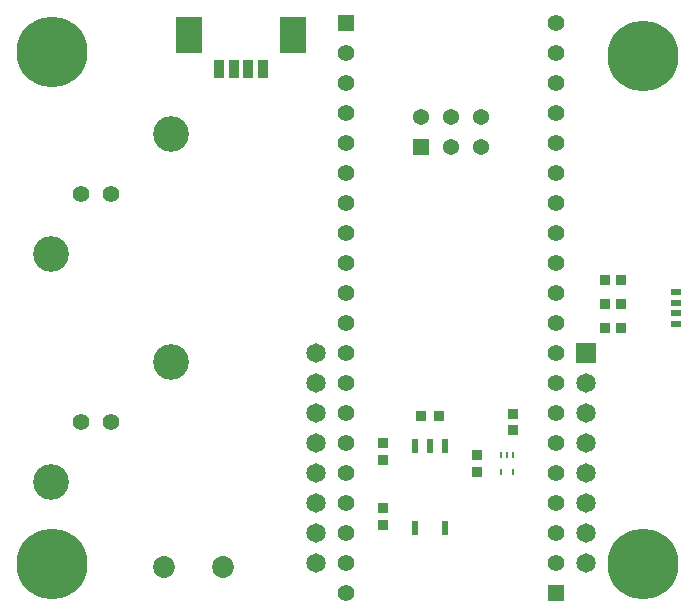
<source format=gbr>
%TF.GenerationSoftware,Altium Limited,Altium Designer,23.5.1 (21)*%
G04 Layer_Color=8388736*
%FSLAX45Y45*%
%MOMM*%
%TF.SameCoordinates,251D8D79-0CC1-4DB5-8A6B-B6CDDAA58204*%
%TF.FilePolarity,Negative*%
%TF.FileFunction,Soldermask,Top*%
%TF.Part,Single*%
G01*
G75*
%TA.AperFunction,SMDPad,CuDef*%
%ADD10R,0.95814X0.91213*%
%ADD11R,0.81280X1.60020*%
%ADD12R,2.20980X3.09880*%
%ADD13R,0.95872X0.91213*%
%ADD14R,0.91213X0.95872*%
%ADD15R,0.91213X0.95814*%
%ADD16R,0.83820X0.60960*%
%ADD17R,0.25400X0.60960*%
%ADD18R,0.46634X1.20802*%
%TA.AperFunction,ComponentPad*%
%ADD25C,1.85420*%
%ADD26C,1.65100*%
%ADD27R,1.65100X1.65100*%
%ADD28R,1.39000X1.39000*%
%ADD29C,1.39000*%
%ADD30C,3.01500*%
%ADD31C,1.40800*%
%ADD32C,1.37000*%
%ADD33R,1.37000X1.37000*%
%TA.AperFunction,WasherPad*%
%ADD34C,6.00000*%
D10*
X5079801Y2800000D02*
D03*
X5220200D02*
D03*
X5079801Y2600000D02*
D03*
X5220200D02*
D03*
X5079801Y2400000D02*
D03*
X5220200D02*
D03*
D11*
X2187500Y4590600D02*
D03*
X2062500D02*
D03*
X1937500D02*
D03*
X1812500D02*
D03*
D12*
X2442500Y4880600D02*
D03*
X1557500D02*
D03*
D13*
X3672671Y1650000D02*
D03*
X3527329D02*
D03*
D14*
X4000000Y1322671D02*
D03*
Y1177329D02*
D03*
D15*
X3200000Y1420200D02*
D03*
Y1279801D02*
D03*
Y870199D02*
D03*
Y729800D02*
D03*
X4300000Y1529801D02*
D03*
Y1670200D02*
D03*
D16*
X5680000Y2431250D02*
D03*
Y2521250D02*
D03*
Y2611250D02*
D03*
Y2701250D02*
D03*
D17*
X4300000Y1175070D02*
D03*
X4200000D02*
D03*
Y1324930D02*
D03*
X4250000D02*
D03*
X4300000D02*
D03*
D18*
X3473000Y705830D02*
D03*
X3727000D02*
D03*
Y1394170D02*
D03*
X3600000D02*
D03*
X3473000D02*
D03*
D25*
X1345000Y375370D02*
D03*
X1845000D02*
D03*
D26*
X4919500Y406500D02*
D03*
Y660500D02*
D03*
Y914500D02*
D03*
Y1168500D02*
D03*
Y1422500D02*
D03*
Y1676500D02*
D03*
Y1930500D02*
D03*
X2633500Y406500D02*
D03*
Y660500D02*
D03*
Y914500D02*
D03*
Y1168500D02*
D03*
Y1422500D02*
D03*
Y1676500D02*
D03*
Y1930500D02*
D03*
Y2184500D02*
D03*
D27*
X4919500D02*
D03*
D28*
X4665498Y152500D02*
D03*
X2887500Y4978500D02*
D03*
D29*
X4665498Y406500D02*
D03*
Y660500D02*
D03*
Y914500D02*
D03*
Y1168500D02*
D03*
Y1422500D02*
D03*
Y1676500D02*
D03*
Y1930500D02*
D03*
Y2184500D02*
D03*
Y2438500D02*
D03*
Y2692500D02*
D03*
Y2946500D02*
D03*
Y3200500D02*
D03*
Y3454500D02*
D03*
Y3708500D02*
D03*
Y3962500D02*
D03*
Y4216500D02*
D03*
Y4470500D02*
D03*
Y4724500D02*
D03*
Y4978500D02*
D03*
X2887500Y4724500D02*
D03*
Y4470500D02*
D03*
Y4216500D02*
D03*
Y3962500D02*
D03*
Y3708500D02*
D03*
Y3454500D02*
D03*
Y3200500D02*
D03*
Y2946500D02*
D03*
Y2692500D02*
D03*
Y2438500D02*
D03*
Y2184500D02*
D03*
Y1930500D02*
D03*
Y1676500D02*
D03*
Y1422500D02*
D03*
Y1168500D02*
D03*
Y914500D02*
D03*
Y660500D02*
D03*
Y406500D02*
D03*
Y152500D02*
D03*
D30*
X392000Y3024500D02*
D03*
X1408000Y4040500D02*
D03*
Y2108000D02*
D03*
X392000Y1092000D02*
D03*
D31*
X646000Y3532500D02*
D03*
X900000D02*
D03*
Y1600000D02*
D03*
X646000D02*
D03*
D32*
X4031500Y4182500D02*
D03*
Y3928500D02*
D03*
X3777500Y4182500D02*
D03*
Y3928500D02*
D03*
X3523500Y4182500D02*
D03*
D33*
Y3928500D02*
D03*
D34*
X5400000Y400000D02*
D03*
Y4700000D02*
D03*
X400000Y4732500D02*
D03*
Y400000D02*
D03*
%TF.MD5,2fbfad7e45a901dd6d5b0cd56166f6b2*%
M02*

</source>
